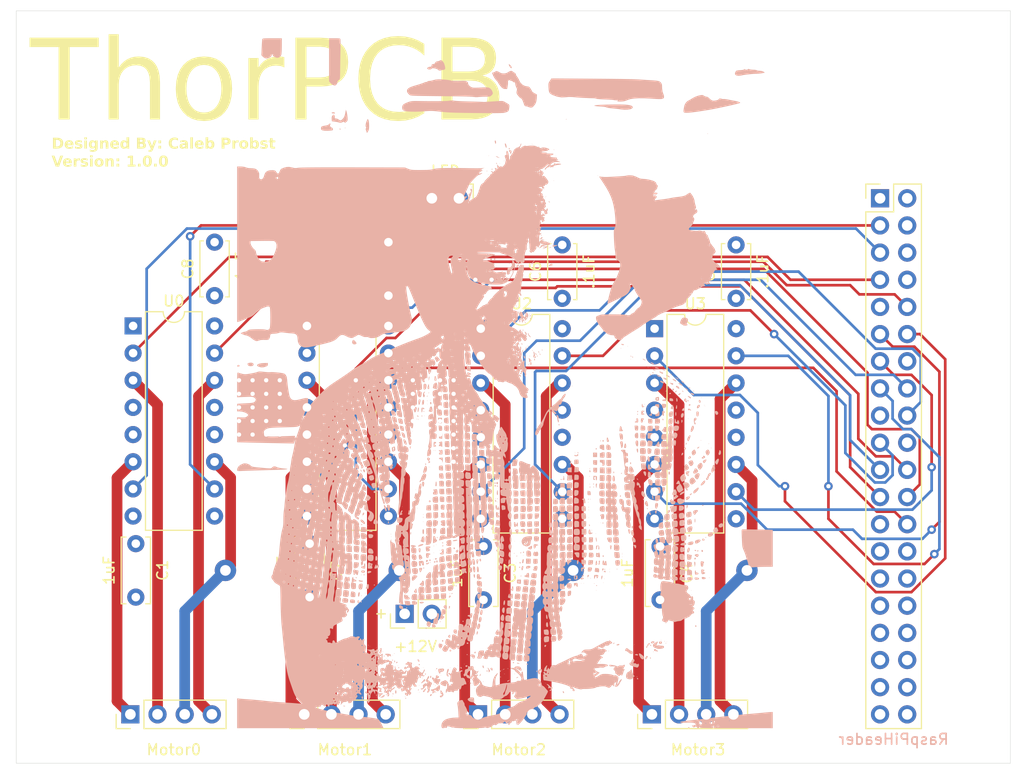
<source format=kicad_pcb>
(kicad_pcb (version 20221018) (generator pcbnew)
  (layers (0 "F.Cu" signal "TOP") (1 "In1.Cu" power "GND") (2 "In2.Cu" power "POWER") (31 "B.Cu" signal "BOTTOM") (34 "B.Paste" user) (35 "F.Paste" user) (36 "B.SilkS" user "B.Silkscreen") (37 "F.SilkS" user "F.Silkscreen") (38 "B.Mask" user) (39 "F.Mask" user) (44 "Edge.Cuts" user))
  (net 0 "")
  (net 2 "+5V")
  (net 3 "Net-(J1-Pin_3)")
  (net 4 "Net-(J1-Pin_5)")
  (net 5 "GND")
  (net 6 "Net-(J1-Pin_7)")
  (net 8 "Net-(J1-Pin_10)")
  (net 9 "Net-(J1-Pin_11)")
  (net 10 "Net-(J1-Pin_12)")
  (net 11 "Net-(J1-Pin_13)")
  (net 12 "Net-(J1-Pin_15)")
  (net 13 "Net-(J1-Pin_16)")
  (net 14 "Net-(J1-Pin_18)")
  (net 15 "Net-(J1-Pin_19)")
  (net 16 "Net-(J1-Pin_21)")
  (net 17 "Net-(J1-Pin_22)")
  (net 18 "Net-(J1-Pin_23)")
  (net 19 "Net-(J1-Pin_24)")
  (net 20 "Net-(J1-Pin_26)")
  (net 32 "+12V")
  (net 33 "Net-(U0-2Y)")
  (net 34 "Net-(M0--)")
  (net 35 "Net-(U0-4Y)")
  (net 36 "Net-(U1-2Y)")
  (net 37 "Net-(M1--)")
  (net 38 "Net-(U1-4Y)")
  (net 39 "Net-(U2-2Y)")
  (net 40 "Net-(M2--)")
  (net 41 "Net-(U2-4Y)")
  (net 42 "Net-(U3-2Y)")
  (net 43 "Net-(M3--)")
  (net 44 "Net-(U3-4Y)")
  (net 45 "Net-(U0-3Y)")
  (net 46 "Net-(U1-3Y)")
  (net 47 "Net-(U2-3Y)")
  (net 48 "Net-(U3-3Y)")
  (footprint "Package_DIP:DIP-16_W7.62mm" (layer "F.Cu") (at 154.686 63.754)
    (fp_text reference "U2")
    (fp_text value "L293D")
  )
  (footprint "Package_DIP:DIP-16_W7.62mm" (layer "F.Cu") (at 170.942 63.754)
    (fp_text reference "U3")
    (fp_text value "L293D")
  )
  (footprint "Capacitor_THT:C_Disc_D6.0mm_W2.5mm_P5.00mm" (layer "F.Cu") (at 122.428 83.86 -90)
    (fp_text reference "C1")
    (fp_text value "1uF")
  )
  (footprint "Connector_PinHeader_2.54mm:PinHeader_2x20_P2.54mm_Vertical" (layer "F.Cu") (at 192.024 51.562)
    (fp_text reference "J1")
    (fp_text value "RaspPiHeader")
  )
  (footprint "Capacitor_THT:C_Disc_D6.0mm_W2.5mm_P5.00mm" (layer "F.Cu") (at 171.45 84.114 -90)
    (fp_text reference "C4")
    (fp_text value "1uF")
  )
  (footprint "Capacitor_THT:C_Disc_D5.0mm_W2.5mm_P5.00mm" (layer "F.Cu") (at 129.794 60.666 90)
    (fp_text reference "C8")
    (fp_text value ".1uF")
  )
  (footprint "Capacitor_THT:C_Disc_D6.0mm_W2.5mm_P5.00mm" (layer "F.Cu") (at 154.94 84.114 -90)
    (fp_text reference "C3")
    (fp_text value "1uF")
  )
  (footprint "Capacitor_THT:C_Disc_D6.0mm_W2.5mm_P5.00mm" (layer "F.Cu") (at 138.684 83.86 -90)
    (fp_text reference "C2")
    (fp_text value "1uF")
  )
  (footprint "Package_DIP:DIP-16_W7.62mm" (layer "F.Cu") (at 138.43 63.5)
    (fp_text reference "U1")
    (fp_text value "L293D")
  )
  (footprint "Connector_PinHeader_2.54mm:PinHeader_1x02_P2.54mm_Vertical" (layer "F.Cu") (at 147.569 90.424 90)
    (fp_text reference "+")
    (fp_text value "+12V")
  )
  (footprint "Connector_PinHeader_2.54mm:PinHeader_1x04_P2.54mm_Vertical" (layer "F.Cu") (at 138.176 99.822 90)
    (fp_text reference "M1")
    (fp_text value "Motor1")
  )
  (footprint "Capacitor_THT:C_Disc_D5.0mm_W2.5mm_P5.00mm" (layer "F.Cu") (at 178.562 60.92 90)
    (fp_text reference "C5")
    (fp_text value ".1uF")
  )
  (footprint "Package_DIP:DIP-16_W7.62mm" (layer "F.Cu") (at 122.174 63.5)
    (fp_text reference "U0")
    (fp_text value "L293D")
  )
  (footprint "Capacitor_THT:C_Disc_D5.0mm_W2.5mm_P5.00mm" (layer "F.Cu") (at 162.306 60.92 90)
    (fp_text reference "C6")
    (fp_text value ".1uF")
  )
  (footprint "Capacitor_THT:C_Disc_D5.0mm_W2.5mm_P5.00mm" (layer "F.Cu") (at 146.05 60.666 90)
    (fp_text reference "C7")
    (fp_text value ".1uF")
  )
  (footprint "Connector_PinHeader_2.54mm:PinHeader_1x04_P2.54mm_Vertical" (layer "F.Cu") (at 170.688 99.822 90)
    (fp_text reference "M3")
    (fp_text value "Motor3")
  )
  (footprint "Connector_PinHeader_2.54mm:PinHeader_1x04_P2.54mm_Vertical" (layer "F.Cu") (at 121.92 99.822 90)
    (fp_text reference "M0")
    (fp_text value "Motor0")
  )
  (footprint "Connector_PinHeader_2.54mm:PinHeader_1x02_P2.54mm_Vertical" (layer "F.Cu") (at 150.109 51.562 90)
    (fp_text reference "J3")
    (fp_text value "LED")
  )
  (footprint "Connector_PinHeader_2.54mm:PinHeader_1x04_P2.54mm_Vertical" (layer "F.Cu") (at 154.432 99.822 90)
    (fp_text reference "M2")
    (fp_text value "Motor2")
  )
  (footprint "LOGO" (layer "B.Cu") (at 156.972 68.834 180)
    (fp_text reference "G***" hide)
    (fp_text value "LOGO" hide)
  )
  (gr_line (start 111.252 34.036) (end 204.216 34.036) (stroke (width 0.0381)) (layer "Edge.Cuts"))
  (gr_line (start 204.216 104.394) (end 204.216 34.036) (stroke (width 0.0381)) (layer "Edge.Cuts"))
  (gr_line (start 111.252 104.394) (end 111.252 34.036) (stroke (width 0.0381)) (layer "Edge.Cuts"))
  (gr_line (start 111.252 104.394) (end 204.216 104.394) (stroke (width 0.0381)) (layer "Edge.Cuts"))
  (gr_text "ThorPCB" (at 112.522 45.466) (layer "F.SilkS") (effects (font (size 7.5 7.5) (thickness 0.75)) (justify left bottom)))
  (gr_text "Designed By: Caleb Probst\nVersion: 1.0.0" (at 114.554 48.768) (layer "F.SilkS") (effects (font (size 1 1) (thickness 0.2) bold) (justify left bottom)))
  (segment (start 192.024 54.102) (end 128.524 54.102) (width 0.25) (layer "F.Cu") (net 3))
  (segment (start 128.524 54.102) (end 127.508 55.118) (width 0.25) (layer "F.Cu") (net 3))
  (via (at 127.508 55.118) (size 0.8) (drill 0.4) (layers "F.Cu" "B.Cu") (net 3))
  (segment (start 127.508 76.454) (end 129.794 78.74) (width 0.25) (layer "B.Cu") (net 3))
  (segment (start 127.508 55.118) (end 127.508 76.454) (width 0.25) (layer "B.Cu") (net 3))
  (segment (start 189.775 54.393) (end 127.207695 54.393) (width 0.25) (layer "B.Cu") (net 4))
  (segment (start 123.444 77.47) (end 122.174 78.74) (width 0.25) (layer "B.Cu") (net 4))
  (segment (start 127.207695 54.393) (end 123.444 58.156695) (width 0.25) (layer "B.Cu") (net 4))
  (segment (start 123.444 58.156695) (end 123.444 77.47) (width 0.25) (layer "B.Cu") (net 4))
  (segment (start 192.024 56.642) (end 189.775 54.393) (width 0.25) (layer "B.Cu") (net 4))
  (via (at 117.602 69.85) (size 0.65) (drill 0.4) (layers "F.Cu" "B.Cu") (remove_unused_layers) (zone_layer_connections "In1.Cu") (net 5))
  (via (at 152.146 72.39) (size 0.65) (drill 0.4) (layers "F.Cu" "B.Cu") (remove_unused_layers) (zone_layer_connections "In1.Cu") (net 5))
  (via (at 132.08 73.66) (size 0.65) (drill 0.4) (layers "F.Cu" "B.Cu") (remove_unused_layers) (zone_layer_connections "In1.Cu") (net 5))
  (via (at 165.862 72.644) (size 0.65) (drill 0.4) (layers "F.Cu" "B.Cu") (remove_unused_layers) (zone_layer_connections "In1.Cu") (net 5))
  (via (at 182.626 73.914) (size 0.65) (drill 0.4) (layers "F.Cu" "B.Cu") (remove_unused_layers) (zone_layer_connections "In1.Cu") (net 5))
  (via (at 183.896 76.454) (size 0.65) (drill 0.4) (layers "F.Cu" "B.Cu") (remove_unused_layers) (zone_layer_connections "In1.Cu") (net 5))
  (via (at 148.336 68.58) (size 0.65) (drill 0.4) (layers "F.Cu" "B.Cu") (remove_unused_layers) (zone_layer_connections "In1.Cu") (net 5))
  (via (at 164.592 75.184) (size 0.65) (drill 0.4) (layers "F.Cu" "B.Cu") (remove_unused_layers) (zone_layer_connections "In1.Cu") (net 5))
  (via (at 116.332 69.85) (size 0.65) (drill 0.4) (layers "F.Cu" "B.Cu") (remove_unused_layers) (zone_layer_connections "In1.Cu") (net 5))
  (via (at 118.872 69.85) (size 0.65) (drill 0.4) (layers "F.Cu" "B.Cu") (remove_unused_layers) (zone_layer_connections "In1.Cu") (net 5))
  (via (at 135.89 76.2) (size 0.65) (drill 0.4) (layers "F.Cu" "B.Cu") (remove_unused_layers) (zone_layer_connections "In1.Cu") (net 5))
  (via (at 182.626 71.374) (size 0.65) (drill 0.4) (layers "F.Cu" "B.Cu") (remove_unused_layers) (zone_layer_connections "In1.Cu") (net 5))
  (via (at 135.89 69.85) (size 0.65) (drill 0.4) (layers "F.Cu" "B.Cu") (remove_unused_layers) (zone_layer_connections "In1.Cu") (net 5))
  (via (at 135.89 74.93) (size 0.65) (drill 0.4) (layers "F.Cu" "B.Cu") (remove_unused_layers) (zone_layer_connections "In1.Cu") (net 5))
  (via (at 149.606 71.12) (size 0.65) (drill 0.4) (layers "F.Cu" "B.Cu") (remove_unused_layers) (zone_layer_connections "In1.Cu") (net 5))
  (via (at 132.08 69.85) (size 0.65) (drill 0.4) (layers "F.Cu" "B.Cu") (remove_unused_layers) (zone_layer_connections "In1.Cu") (net 5))
  (via (at 148.336 69.85) (size 0.65) (drill 0.4) (layers "F.Cu" "B.Cu") (remove_unused_layers) (zone_layer_connections "In1.Cu") (net 5))
  (via (at 116.332 73.66) (size 0.65) (drill 0.4) (layers "F.Cu" "B.Cu") (remove_unused_layers) (zone_layer_connections "In1.Cu") (net 5))
  (via (at 120.142 68.58) (size 0.65) (drill 0.4) (layers "F.Cu" "B.Cu") (remove_unused_layers) (zone_layer_connections "In1.Cu") (net 5))
  (via (at 168.402 68.834) (size 0.65) (drill 0.4) (layers "F.Cu" "B.Cu") (remove_unused_layers) (zone_layer_connections "In1.Cu") (net 5))
  (via (at 120.142 73.66) (size 0.65) (drill 0.4) (layers "F.Cu" "B.Cu") (remove_unused_layers) (zone_layer_connections "In1.Cu") (net 5))
  (via (at 120.142 76.2) (size 0.65) (drill 0.4) (layers "F.Cu" "B.Cu") (remove_unused_layers) (zone_layer_connections "In1.Cu") (net 5))
  (via (at 185.166 71.374) (size 0.65) (drill 0.4) (layers "F.Cu" "B.Cu") (remove_unused_layers) (zone_layer_connections "In1.Cu") (net 5))
  (via (at 149.606 76.2) (size 0.65) (drill 0.4) (layers "F.Cu" "B.Cu") (remove_unused_layers) (zone_layer_connections "In1.Cu") (net 5))
  (via (at 168.402 71.374) (size 0.65) (drill 0.4) (layers "F.Cu" "B.Cu") (remove_unused_layers) (zone_layer_connections "In1.Cu") (net 5))
  (via (at 149.606 68.58) (size 0.65) (drill 0.4) (layers "F.Cu" "B.Cu") (remove_unused_layers) (zone_layer_connections "In1.Cu") (net 5))
  (via (at 181.356 73.914) (size 0.65) (drill 0.4) (layers "F.Cu" "B.Cu") (remove_unused_layers) (zone_layer_connections "In1.Cu") (net 5))
  (via (at 181.356 71.374) (size 0.65) (drill 0.4) (layers "F.Cu" "B.Cu") (remove_unused_layers) (zone_layer_connections "In1.Cu") (net 5))
  (via (at 133.35 76.2) (size 0.65) (drill 0.4) (layers "F.Cu" "B.Cu") (remove_unused_layers) (zone_layer_connections "In1.Cu") (net 5))
  (via (at 116.332 68.58) (size 0.65) (drill 0.4) (layers "F.Cu" "B.Cu") (remove_unused_layers) (zone_layer_connections "In1.Cu") (net 5))
  (via (at 135.89 73.66) (size 0.65) (drill 0.4) (layers "F.Cu" "B.Cu") (remove_unused_layers) (zone_layer_connections "In1.Cu") (net 5))
  (via (at 181.356 75.184) (size 0.65) (drill 0.4) (layers "F.Cu" "B.Cu") (remove_unused_layers) (zone_layer_connections "In1.Cu") (net 5))
  (via (at 152.146 71.12) (size 0.65) (drill 0.4) (layers "F.Cu" "B.Cu") (remove_unused_layers) (zone_layer_connections "In1.Cu") (net 5))
  (via (at 135.89 68.58) (size 0.65) (drill 0.4) (layers "F.Cu" "B.Cu") (remove_unused_layers) (zone_layer_connections "In1.Cu") (net 5))
  (via (at 133.35 71.12) (size 0.65) (drill 0.4) (layers "F.Cu" "B.Cu") (remove_unused_layers) (zone_layer_connections "In1.Cu") (net 5))
  (via (at 185.166 75.184) (size 0.65) (drill 0.4) (layers "F.Cu" "B.Cu") (remove_unused_layers) (zone_layer_connections "In1.Cu") (net 5))
  (via (at 133.35 69.85) (size 0.65) (drill 0.4) (layers "F.Cu" "B.Cu") (remove_unused_layers) (zone_layer_connections "In1.Cu") (net 5))
  (via (at 164.592 68.834) (size 0.65) (drill 0.4) (layers "F.Cu" "B.Cu") (remove_unused_layers) (zone_layer_connections "In1.Cu") (net 5))
  (via (at 167.132 71.374) (size 0.65) (drill 0.4) (layers "F.Cu" "B.Cu") (remove_unused_layers) (zone_layer_connections "In1.Cu") (net 5))
  (via (at 149.606 72.39) (size 0.65) (drill 0.4) (layers "F.Cu" "B.Cu") (remove_unused_layers) (zone_layer_connections "In1.Cu") (net 5))
  (via (at 185.166 68.834) (size 0.65) (drill 0.4) (layers "F.Cu" "B.Cu") (remove_unused_layers) (zone_layer_connections "In1.Cu") (net 5))
  (via (at 185.166 70.104) (size 0.65) (drill 0.4) (layers "F.Cu" "B.Cu") (remove_unused_layers) (zone_layer_connections "In1.Cu") (net 5))
  (via (at 167.132 73.914) (size 0.65) (drill 0.4) (layers "F.Cu" "B.Cu") (remove_unused_layers) (zone_layer_connections "In1.Cu") (net 5))
  (via (at 120.142 74.93) (size 0.65) (drill 0.4) (layers "F.Cu" "B.Cu") (remove_unused_layers) (zone_layer_connections "In1.Cu") (net 5))
  (via (at 182.626 76.454) (size 0.65) (drill 0.4) (layers "F.Cu" "B.Cu") (remove_unused_layers) (zone_layer_connections "In1.Cu") (net 5))
  (via (at 116.332 76.2) (size 0.65) (drill 0.4) (layers "F.Cu" "B.Cu") (remove_unused_layers) (zone_layer_connections "In1.Cu") (net 5))
  (via (at 134.62 74.93) (size 0.65) (drill 0.4) (layers "F.Cu" "B.Cu") (remove_unused_layers) (zone_layer_connections "In1.Cu") (net 5))
  (via (at 120.142 71.12) (size 0.65) (drill 0.4) (layers "F.Cu" "B.Cu") (remove_unused_layers) (zone_layer_connections "In1.Cu") (net 5))
  (via (at 132.08 76.2) (size 0.65) (drill 0.4) (layers "F.Cu" "B.Cu") (remove_unused_layers) (zone_layer_connections "In1.Cu") (net 5))
  (via (at 185.166 76.454) (size 0.65) (drill 0.4) (layers "F.Cu" "B.Cu") (remove_unused_layers) (zone_layer_connections "In1.Cu") (net 5))
  (via (at 181.356 76.454) (size 0.65) (drill 0.4) (layers "F.Cu" "B.Cu") (remove_unused_layers) (zone_layer_connections "In1.Cu") (net 5))
  (via (at 117.602 68.58) (size 0.65) (drill 0.4) (layers "F.Cu" "B.Cu") (remove_unused_layers) (zone_layer_connections "In1.Cu") (net 5))
  (via (at 117.602 74.93) (size 0.65) (drill 0.4) (layers "F.Cu" "B.Cu") (remove_unused_layers) (zone_layer_connections "In1.Cu") (net 5))
  (via (at 168.402 70.104) (size 0.65) (drill 0.4) (layers "F.Cu" "B.Cu") (remove_unused_layers) (zone_layer_connections "In1.Cu") (net 5))
  (via (at 183.896 70.104) (size 0.65) (drill 0.4) (layers "F.Cu" "B.Cu") (remove_unused_layers) (zone_layer_connections "In1.Cu") (net 5))
  (via (at 152.146 69.85) (size 0.65) (drill 0.4) (layers "F.Cu" "B.Cu") (remove_unused_layers) (zone_layer_connections "In1.Cu") (net 5))
  (via (at 149.606 73.66) (size 0.65) (drill 0.4) (layers "F.Cu" "B.Cu") (remove_unused_layers) (zone_layer_connections "In1.Cu") (net 5))
  (via (at 134.62 76.2) (size 0.65) (drill 0.4) (layers "F.Cu" "B.Cu") (remove_unused_layers) (zone_layer_connections "In1.Cu") (net 5))
  (via (at 150.876 72.39) (size 0.65) (drill 0.4) (layers "F.Cu" "B.Cu") (remove_unused_layers) (zone_layer_connections "In1.Cu") (net 5))
  (via (at 118.872 72.39) (size 0.65) (drill 0.4) (layers "F.Cu" "B.Cu") (remove_unused_layers) (zone_layer_connections "In1.Cu") (net 5))
  (via (at 117.602 71.12) (size 0.65) (drill 0.4) (layers "F.Cu" "B.Cu") (remove_unused_layers) (zone_layer_connections "In1.Cu") (net 5))
  (via (at 165.862 68.834) (size 0.65) (drill 0.4) (layers "F.Cu" "B.Cu") (remove_unused_layers) (zone_layer_connections "In1.Cu") (net 5))
  (via (at 183.896 73.914) (size 0.65) (drill 0.4) (layers "F.Cu" "B.Cu") (remove_unused_layers) (zone_layer_connections "In1.Cu") (net 5))
  (via (at 135.89 72.39) (size 0.65) (drill 0.4) (layers "F.Cu" "B.Cu") (remove_unused_layers) (zone_layer_connections "In1.Cu") (net 5))
  (via (at 152.146 76.2) (size 0.65) (drill 0.4) (layers "F.Cu" "B.Cu") (remove_unused_layers) (zone_layer_connections "In1.Cu") (net 5))
  (via (at 134.62 72.39) (size 0.65) (drill 0.4) (layers "F.Cu" "B.Cu") (remove_unused_layers) (zone_layer_connections "In1.Cu") (net 5))
  (via (at 133.35 73.66) (size 0.65) (drill 0.4) (layers "F.Cu" "B.Cu") (remove_unused_layers) (zone_layer_connections "In1.Cu") (net 5))
  (via (at 165.862 76.454) (size 0.65) (drill 0.4) (layers "F.Cu" "B.Cu") (remove_unused_layers) (zone_layer_connections "In1.Cu") (net 5))
  (via (at 118.872 68.58) (size 0.65) (drill 0.4) (layers "F.Cu" "B.Cu") (remove_unused_layers) (zone_layer_connections "In1.Cu") (net 5))
  (via (at 167.132 76.454) (size 0.65) (drill 0.4) (layers "F.Cu" "B.Cu") (remove_unused_layers) (zone_layer_connections "In1.Cu") (net 5))
  (via (at 164.592 70.104) (size 0.65) (drill 0.4) (layers "F.Cu" "B.Cu") (remove_unused_layers) (zone_layer_connections "In1.Cu") (net 5))
  (via (at 117.602 72.39) (size 0.65) (drill 0.4) (layers "F.Cu" "B.Cu") (remove_unused_layers) (zone_layer_connections "In1.Cu") (net 5))
  (via (at 120.142 72.39) (size 0.65) (drill 0.4) (layers "F.Cu" "B.Cu") (remove_unused_layers) (zone_layer_connections "In1.Cu") (net 5))
  (via (at 116.332 71.12) (size 0.65) (drill 0.4) (layers "F.Cu" "B.Cu") (remove_unused_layers) (zone_layer_connections "In1.Cu") (net 5))
  (via (at 168.402 73.914) (size 0.65) (drill 0.4) (layers "F.Cu" "B.Cu") (remove_unused_layers) (zone_layer_connections "In1.Cu") (net 5))
  (via (at 116.332 72.39) (size 0.65) (drill 0.4) (layers "F.Cu" "B.Cu") (remove_unused_layers) (zone_layer_connections "In1.Cu") (net 5))
  (via (at 182.626 75.184) (size 0.65) (drill 0.4) (layers "F.Cu" "B.Cu") (remove_unused_layers) (zone_layer_connections "In1.Cu") (net 5))
  (via (at 181.356 68.834) (size 0.65) (drill 0.4) (layers "F.Cu" "B.Cu") (remove_unused_layers) (zone_layer_connections "In1.Cu") (net 5))
  (via (at 182.626 70.104) (size 0.65) (drill 0.4) (layers "F.Cu" "B.Cu") (remove_unused_layers) (zone_layer_connections "In1.Cu") (net 5))
  (via (at 149.606 74.93) (size 0.65) (drill 0.4) (layers "F.Cu" "B.Cu") (remove_unused_layers) (zone_layer_connections "In1.Cu") (net 5))
  (via (at 185.166 72.644) (size 0.65) (drill 0.4) (layers "F.Cu" "B.Cu") (remove_unused_layers) (zone_layer_connections "In1.Cu") (net 5))
  (via (at 134.62 69.85) (size 0.65) (drill 0.4) (layers "F.Cu" "B.Cu") (remove_unused_layers) (zone_layer_connections "In1.Cu") (net 5))
  (via (at 150.876 74.93) (size 0.65) (drill 0.4) (layers "F.Cu" "B.Cu") (remove_unused_layers) (zone_layer_connections "In1.Cu") (net 5))
  (via (at 133.35 72.39) (size 0.65) (drill 0.4) (layers "F.Cu" "B.Cu") (remove_unused_layers) (zone_layer_connections "In1.Cu") (net 5))
  (via (at 152.146 73.66) (size 0.65) (drill 0.4) (layers "F.Cu" "B.Cu") (remove_unused_layers) (zone_layer_connections "In1.Cu") (net 5))
  (via (at 181.356 70.104) (size 0.65) (drill 0.4) (layers "F.Cu" "B.Cu") (remove_unused_layers) (zone_layer_connections "In1.Cu") (net 5))
  (via (at 183.896 72.644) (size 0.65) (drill 0.4) (layers "F.Cu" "B.Cu") (remove_unused_layers) (zone_layer_connections "In1.Cu") (net 5))
  (via (at 132.08 68.58) (size 0.65) (drill 0.4) (layers "F.Cu" "B.Cu") (remove_unused_layers) (zone_layer_connections "In1.Cu") (net 5))
  (via (at 150.876 71.12) (size 0.65) (drill 0.4) (layers "F.Cu" "B.Cu") (remove_unused_layers) (zone_layer_connections "In1.Cu") (net 5))
  (via (at 116.332 74.93) (size 0.65) (drill 0.4) (layers "F.Cu" "B.Cu") (remove_unused_layers) (zone_layer_connections "In1.Cu") (net 5))
  (via (at 149.606 69.85) (size 0.65) (drill 0.4) (layers "F.Cu" "B.Cu") (remove_unused_layers) (zone_layer_connections "In1.Cu") (net 5))
  (via (at 148.336 74.93) (size 0.65) (drill 0.4) (layers "F.Cu" "B.Cu") (remove_unused_layers) (zone_layer_connections "In1.Cu") (net 5))
  (via (at 168.402 75.184) (size 0.65) (drill 0.4) (layers "F.Cu" "B.Cu") (remove_unused_layers) (zone_layer_connections "In1.Cu") (net 5))
  (via (at 165.862 75.184) (size 0.65) (drill 0.4) (layers "F.Cu" "B.Cu") (remove_unused_layers) (zone_layer_connections "In1.Cu") (net 5))
  (via (at 134.62 71.12) (size 0.65) (drill 0.4) (layers "F.Cu" "B.Cu") (remove_unused_layers) (zone_layer_connections "In1.Cu") (net 5))
  (via (at 164.592 76.454) (size 0.65) (drill 0.4) (layers "F.Cu" "B.Cu") (remove_unused_layers) (zone_layer_connections "In1.Cu") (net 5))
  (via (at 165.862 71.374) (size 0.65) (drill 0.4) (layers "F.Cu" "B.Cu") (remove_unused_layers) (zone_layer_connections "In1.Cu") (net 5))
  (via (at 165.862 70.104) (size 0.65) (drill 0.4) (layers "F.Cu" "B.Cu") (remove_unused_layers) (zone_layer_connections "In1.Cu") (net 5))
  (via (at 164.592 72.644) (size 0.65) (drill 0.4) (layers "F.Cu" "B.Cu") (remove_unused_layers) (zone_layer_connections "In1.Cu") (net 5))
  (via (at 183.896 71.374) (size 0.65) (drill 0.4) (layers "F.Cu" "B.Cu") (remove_unused_layers) (zone_layer_connections "In1.Cu") (net 5))
  (via (at 152.146 74.93) (size 0.65) (drill 0.4) (layers "F.Cu" "B.Cu") (remove_unused_layers) (zone_layer_connections "In1.Cu") (net 5))
  (via (at 118.872 73.66) (size 0.65) (drill 0.4) (layers "F.Cu" "B.Cu") (remove_unused_layers) (zone_layer_connections "In1.Cu") (net 5))
  (via (at 148.336 71.12) (size 0.65) (drill 0.4) (layers "F.Cu" "B.Cu") (remove_unused_layers) (zone_layer_connections "In1.Cu") (net 5))
  (via (at 118.872 74.93) (size 0.65) (drill 0.4) (layers "F.Cu" "B.Cu") (remove_unused_layers) (zone_layer_connections "In1.Cu") (net 5))
  (via (at 150.876 76.2) (size 0.65) (drill 0.4) (layers "F.Cu" "B.Cu") (remove_unused_layers) (zone_layer_connections "In1.Cu") (net 5))
  (via (at 148.336 76.2) (size 0.65) (drill 0.4) (layers "F.Cu" "B.Cu") (remove_unused_layers) (zone_layer_connections "In1.Cu") (net 5))
  (via (at 168.402 72.644) (size 0.65) (drill 0.4) (layers "F.Cu" "B.Cu") (remove_unused_layers) (zone_layer_connections "In1.Cu") (net 5))
  (via (at 132.08 72.39) (size 0.65) (drill 0.4) (layers "F.Cu" "B.Cu") (remove_unused_layers) (zone_layer_connections "In1.Cu") (net 5))
  (via (at 133.35 74.93) (size 0.65) (drill 0.4) (layers "F.Cu" "B.Cu") (remove_unused_layers) (zone_layer_connections "In1.Cu") (net 5))
  (via (at 152.146 68.58) (size 0.65) (drill 0.4) (layers "F.Cu" "B.Cu") (remove_unused_layers) (zone_layer_connections "In1.Cu") (net 5))
  (via (at 132.08 71.12) (size 0.65) (drill 0.4) (layers "F.Cu" "B.Cu") (remove_unused_layers) (zone_layer_connections "In1.Cu") (net 5))
  (via (at 150.876 68.58) (size 0.65) (drill 0.4) (layers "F.Cu" "B.Cu") (remove_unused_layers) (zone_layer_connections "In1.Cu") (net 5))
  (via (at 148.336 72.39) (size 0.65) (drill 0.4) (layers "F.Cu" "B.Cu") (remove_unused_layers) (zone_layer_connections "In1.Cu") (net 5))
  (via (at 117.602 76.2) (size 0.65) (drill 0.4) (layers "F.Cu" "B.Cu") (remove_unused_layers) (zone_layer_connections "In1.Cu") (net 5))
  (via (at 183.896 68.834) (size 0.65) (drill 0.4) (layers "F.Cu" "B.Cu") (remove_unused_layers) (zone_layer_connections "In1.Cu") (net 5))
  (via (at 135.89 71.12) (size 0.65) (drill 0.4) (layers "F.Cu" "B.Cu") (remove_unused_layers) (zone_layer_connections "In1.Cu") (net 5))
  (via (at 183.896 75.184) (size 0.65) (drill 0.4) (layers "F.Cu" "B.Cu") (remove_unused_layers) (zone_layer_connections "In1.Cu") (net 5))
  (via (at 132.08 74.93) (size 0.65) (drill 0.4) (layers "F.Cu" "B.Cu") (remove_unused_layers) (zone_layer_connections "In1.Cu") (net 5))
  (via (at 167.132 72.644) (size 0.65) (drill 0.4) (layers "F.Cu" "B.Cu") (remove_unused_layers) (zone_layer_connections "In1.Cu") (net 5))
  (via (at 150.876 69.85) (size 0.65) (drill 0.4) (layers "F.Cu" "B.Cu") (remove_unused_layers) (zone_layer_connections "In1.Cu") (net 5))
  (via (at 165.862 73.914) (size 0.65) (drill 0.4) (layers "F.Cu" "B.Cu") (remove_unused_layers) (zone_layer_connections "In1.Cu") (net 5))
  (via (at 167.132 68.834) (size 0.65) (drill 0.4) (layers "F.Cu" "B.Cu") (remove_unused_layers) (zone_layer_connections "In1.Cu") (net 5))
  (via (at 148.336 73.66) (size 0.65) (drill 0.4) (layers "F.Cu" "B.Cu") (remove_unused_layers) (zone_layer_connections "In1.Cu") (net 5))
  (via (at 181.356 72.644) (size 0.65) (drill 0.4) (layers "F.Cu" "B.Cu") (remove_unused_layers) (zone_layer_connections "In1.Cu") (net 5))
  (via (at 134.62 68.58) (size 0.65) (drill 0.4) (layers "F.Cu" "B.Cu") (remove_unused_layers) (zone_layer_connections "In1.Cu") (net 5))
  (via (at 118.872 76.2) (size 0.65) (drill 0.4) (layers "F.Cu" "B.Cu") (remove_unused_layers) (zone_layer_connections "In1.Cu") (net 5))
  (via (at 185.166 73.914) (size 0.65) (drill 0.4) (layers "F.Cu" "B.Cu") (remove_unused_layers) (zone_layer_connections "In1.Cu") (net 5))
  (via (at 168.402 76.454) (size 0.65) (drill 0.4) (layers "F.Cu" "B.Cu") (remove_unused_layers) (zone_layer_connections "In1.Cu") (net 5))
  (via (at 133.35 68.58) (size 0.65) (drill 0.4) (layers "F.Cu" "B.Cu") (remove_unused_layers) (zone_layer_connections "In1.Cu") (net 5))
  (via (at 117.602 73.66) (size 0.65) (drill 0.4) (layers "F.Cu" "B.Cu") (remove_unused_layers) (zone_layer_connections "In1.Cu") (net 5))
  (via (at 164.592 73.914) (size 0.65) (drill 0.4) (layers "F.Cu" "B.Cu") (remove_unused_layers) (zone_layer_connections "In1.Cu") (net 5))
  (via (at 118.872 71.12) (size 0.65) (drill 0.4) (layers "F.Cu" "B.Cu") (remove_unused_layers) (zone_layer_connections "In1.Cu") (net 5))
  (via (at 120.142 69.85) (size 0.65) (drill 0.4) (layers "F.Cu" "B.Cu") (remove_unused_layers) (zone_layer_connections "In1.Cu") (net 5))
  (via (at 182.626 68.834) (size 0.65) (drill 0.4) (layers "F.Cu" "B.Cu") (remove_unused_layers) (zone_layer_connections "In1.Cu") (net 5))
  (via (at 164.592 71.374) (size 0.65) (drill 0.4) (layers "F.Cu" "B.Cu") (remove_unused_layers) (zone_layer_connections "In1.Cu") (net 5))
  (via (at 150.876 73.66) (size 0.65) (drill 0.4) (layers "F.Cu" "B.Cu") (remove_unused_layers) (zone_layer_connections "In1.Cu") (net 5))
  (via (at 167.132 70.104) (size 0.65) (drill 0.4) (layers "F.Cu" "B.Cu") (remove_unused_layers) (zone_layer_connections "In1.Cu") (net 5))
  (via (at 167.132 75.184) (size 0.65) (drill 0.4) (layers "F.Cu" "B.Cu") (remove_unused_layers) (zone_layer_connections "In1.Cu") (net 5))
  (via (at 134.62 73.66) (size 0.65) (drill 0.4) (layers "F.Cu" "B.Cu") (remove_unused_layers) (zone_layer_connections "In1.Cu") (net 5))
  (via (at 182.626 72.644) (size 0.65) (drill 0.4) (layers "F.Cu" "B.Cu") (remove_unused_layers) (zone_layer_connections "In1.Cu") (net 5))
  (segment (start 183.642 59.182) (end 181.505 57.045) (width 0.25) (layer "F.Cu") (net 6))
  (segment (start 181.505 57.045) (end 131.169 57.045) (width 0.25) (layer "F.Cu") (net 6))
  (segment (start 192.024 59.182) (end 183.642 59.182) (width 0.25) (layer "F.Cu") (net 6))
  (segment (start 131.169 57.045) (end 122.174 66.04) (width 0.25) (layer "F.Cu") (net 6))
  (segment (start 193.389 60.547) (end 190.087 60.547) (width 0.25) (layer "F.Cu") (net 8))
  (segment (start 189.23 59.69) (end 183.297 59.69) (width 0.25) (layer "F.Cu") (net 8))
  (segment (start 181.102 57.495) (end 134.62 57.495) (width 0.25) (layer "F.Cu") (net 8))
  (segment (start 190.087 60.547) (end 189.23 59.69) (width 0.25) (layer "F.Cu") (net 8))
  (segment (start 194.564 61.722) (end 193.389 60.547) (width 0.25) (layer "F.Cu") (net 8))
  (segment (start 134.62 57.495) (end 134.62 61.214) (width 0.25) (layer "F.Cu") (net 8))
  (segment (start 183.297 59.69) (end 181.102 57.495) (width 0.25) (layer "F.Cu") (net 8))
  (segment (start 134.62 61.214) (end 129.794 66.04) (width 0.25) (layer "F.Cu") (net 8))
  (segment (start 193.199 65.437) (end 192.024 64.262) (width 0.25) (layer "F.Cu") (net 9))
  (segment (start 196.85 82.55) (end 197.575 81.825) (width 0.25) (layer "F.Cu") (net 9))
  (segment (start 197.575 67.780999) (end 195.231001 65.437) (width 0.25) (layer "F.Cu") (net 9))
  (segment (start 195.231001 65.437) (end 193.199 65.437) (width 0.25) (layer "F.Cu") (net 9))
  (segment (start 197.575 81.825) (end 197.575 67.780999) (width 0.25) (layer "F.Cu") (net 9))
  (via (at 196.85 82.55) (size 0.8) (drill 0.4) (layers "F.Cu" "B.Cu") (remove_unused_layers) (net 9))
  (segment (start 190.341 83.407) (end 189.484 82.55) (width 0.25) (layer "B.Cu") (net 9))
  (segment (start 196.85 82.55) (end 195.993 83.407) (width 0.25) (layer "B.Cu") (net 9))
  (segment (start 172.067 80.119) (end 170.942 78.994) (width 0.25) (layer "B.Cu") (net 9))
  (segment (start 179.027991 80.119) (end 172.067 80.119) (width 0.25) (layer "B.Cu") (net 9))
  (segment (start 181.458991 82.55) (end 179.027991 80.119) (width 0.25) (layer "B.Cu") (net 9))
  (segment (start 195.993 83.407) (end 190.341 83.407) (width 0.25) (layer "B.Cu") (net 9))
  (segment (start 189.484 82.55) (end 181.458991 82.55) (width 0.25) (layer "B.Cu") (net 9))
  (segment (start 194.955701 88.392) (end 198.12 85.227701) (width 0.25) (layer "F.Cu") (net 10))
  (segment (start 191.632299 88.392) (end 194.955701 88.392) (width 0.25) (layer "F.Cu") (net 10))
  (segment (start 183.134 79.893701) (end 191.632299 88.392) (width 0.25) (layer "F.Cu") (net 10))
  (segment (start 198.12 66.615919) (end 195.766081 64.262) (width 0.25) (layer "F.Cu") (net 10))
  (segment (start 183.134 78.486) (end 183.134 79.893701) (width 0.25) (layer "F.Cu") (net 10))
  (segment (start 198.12 85.227701) (end 198.12 66.615919) (width 0.25) (layer "F.Cu") (net 10))
  (segment (start 195.766081 64.262) (end 194.564 64.262) (width 0.25) (layer "F.Cu") (net 10))
  (via (at 183.134 78.486) (size 0.8) (drill 0.4) (layers "F.Cu" "B.Cu") (remove_unused_layers) (net 10))
  (segment (start 174.607 69.959) (end 170.942 66.294) (width 0.25) (layer "B.Cu") (net 10))
  (segment (start 178.925 69.959) (end 174.607 69.959) (width 0.25) (layer "B.Cu") (net 10))
  (segment (start 182.574827 78.486) (end 180.594 76.505173) (width 0.25) (layer "B.Cu") (net 10))
  (segment (start 180.594 71.628) (end 178.925 69.959) (width 0.25) (layer "B.Cu") (net 10))
  (segment (start 183.134 78.486) (end 182.574827 78.486) (width 0.25) (layer "B.Cu") (net 10))
  (segment (start 180.594 76.505173) (end 180.594 71.628) (width 0.25) (layer "B.Cu") (net 10))
  (segment (start 193.294 68.072) (end 192.024 66.802) (width 0.25) (layer "F.Cu") (net 11))
  (segment (start 196.85 76.708) (end 196.85 69.966299) (width 0.25) (layer "F.Cu") (net 11))
  (segment (start 194.955701 68.072) (end 193.294 68.072) (width 0.25) (layer "F.Cu") (net 11))
  (segment (start 196.85 69.966299) (end 194.955701 68.072) (width 0.25) (layer "F.Cu") (net 11))
  (via (at 196.85 76.708) (size 0.8) (drill 0.4) (layers "F.Cu" "B.Cu") (remove_unused_layers) (net 11))
  (segment (start 195.050701 80.677) (end 196.85 78.877701) (width 0.25) (layer "B.Cu") (net 11))
  (segment (start 178.562 78.994) (end 180.245 80.677) (width 0.25) (layer "B.Cu") (net 11))
  (segment (start 180.245 80.677) (end 195.050701 80.677) (width 0.25) (layer "B.Cu") (net 11))
  (segment (start 196.85 78.877701) (end 196.85 76.708) (width 0.25) (layer "B.Cu") (net 11))
  (segment (start 191.421 85.757) (end 196.183 85.757) (width 0.25) (layer "F.Cu") (net 12))
  (segment (start 187.198 78.486) (end 187.198 81.534) (width 0.25) (layer "F.Cu") (net 12))
  (segment (start 196.183 85.757) (end 197.104 84.836) (width 0.25) (layer "F.Cu") (net 12))
  (segment (start 187.198 81.534) (end 191.421 85.757) (width 0.25) (layer "F.Cu") (net 12))
  (via (at 197.104 84.836) (size 0.8) (drill 0.4) (layers "F.Cu" "B.Cu") (remove_unused_layers) (net 12))
  (via (at 187.198 78.486) (size 0.8) (drill 0.4) (layers "F.Cu" "B.Cu") (remove_unused_layers) (net 12))
  (segment (start 192.024 69.342) (end 193.199 70.517) (width 0.25) (layer "B.Cu") (net 12))
  (segment (start 193.199 70.517) (end 193.199 72.178701) (width 0.25) (layer "B.Cu") (net 12))
  (segment (start 183.439173 66.294) (end 187.198 70.052827) (width 0.25) (layer "B.Cu") (net 12))
  (segment (start 197.104 84.836) (end 197.575 84.365) (width 0.25) (layer "B.Cu") (net 12))
  (segment (start 194.955701 73.152) (end 194.172299 73.152) (width 0.25) (layer "B.Cu") (net 12))
  (segment (start 197.575 84.365) (end 197.575 75.771299) (width 0.25) (layer "B.Cu") (net 12))
  (segment (start 193.199 72.178701) (end 194.172299 73.152) (width 0.25) (layer "B.Cu") (net 12))
  (segment (start 197.575 75.771299) (end 194.955701 73.152) (width 0.25) (layer "B.Cu") (net 12))
  (segment (start 187.198 70.052827) (end 187.198 78.486) (width 0.25) (layer "B.Cu") (net 12))
  (segment (start 178.562 66.294) (end 183.439173 66.294) (width 0.25) (layer "B.Cu") (net 12))
  (segment (start 158.75 66.04) (end 159.911 64.879) (width 0.25) (layer "B.Cu") (net 13))
  (segment (start 180.848 59.182) (end 189.738 68.072) (width 0.25) (layer "B.Cu") (net 13))
  (segment (start 193.294 68.072) (end 194.564 69.342) (width 0.25) (layer "B.Cu") (net 13))
  (segment (start 158.75 74.93) (end 158.75 66.04) (width 0.25) (layer "B.Cu") (net 13))
  (segment (start 169.672 59.182) (end 180.848 59.182) (width 0.25) (layer "B.Cu") (net 13))
  (segment (start 159.911 64.879) (end 163.975 64.879) (width 0.25) (layer "B.Cu") (net 13))
  (segment (start 163.975 64.879) (end 169.672 59.182) (width 0.25) (layer "B.Cu") (net 13))
  (segment (start 154.686 78.994) (end 158.75 74.93) (width 0.25) (layer "B.Cu") (net 13))
  (segment (start 189.738 68.072) (end 193.294 68.072) (width 0.25) (layer "B.Cu") (net 13))
  (segment (start 169.418 58.42) (end 184.404 58.42) (width 0.25) (layer "B.Cu") (net 14))
  (segment (start 154.686 66.294) (end 158.935 62.045) (width 0.25) (layer "B.Cu") (net 14))
  (segment (start 158.935 62.045) (end 165.793 62.045) (width 0.25) (layer "B.Cu") (net 14))
  (segment (start 195.834 70.612) (end 194.564 71.882) (width 0.25) (layer "B.Cu") (net 14))
  (segment (start 195.834 66.410299) (end 195.834 70.612) (width 0.25) (layer "B.Cu") (net 14))
  (segment (start 191.611 65.627) (end 195.050701 65.627) (width 0.25) (layer "B.Cu") (net 14))
  (segment (start 165.793 62.045) (end 169.418 58.42) (width 0.25) (layer "B.Cu") (net 14))
  (segment (start 184.404 58.42) (end 191.611 65.627) (width 0.25) (layer "B.Cu") (net 14))
  (segment (start 195.050701 65.627) (end 195.834 66.410299) (width 0.25) (layer "B.Cu") (net 14))
  (segment (start 166.116 66.294) (end 170.434 61.976) (width 0.25) (layer "F.Cu") (net 15))
  (segment (start 170.503 62.045) (end 179.901 62.045) (width 0.25) (layer "F.Cu") (net 15))
  (segment (start 170.434 61.976) (end 170.503 62.045) (width 0.25) (layer "F.Cu") (net 15))
  (segment (start 162.306 66.294) (end 166.116 66.294) (width 0.25) (layer "F.Cu") (net 15))
  (segment (start 179.901 62.045) (end 182.118 64.262) (width 0.25) (layer "F.Cu") (net 15))
  (via (at 182.118 64.262) (size 0.8) (drill 0.4) (layers "F.Cu" "B.Cu") (remove_unused_layers) (net 15))
  (segment (start 192.510701 78.137) (end 193.199 77.448701) (width 0.25) (layer "B.Cu") (net 15))
  (segment (start 188.78 70.924) (end 188.78 75.379701) (width 0.25) (layer "B.Cu") (net 15))
  (segment (start 193.199 77.448701) (end 193.199 75.597) (width 0.25) (layer "B.Cu") (net 15))
  (segment (start 193.199 75.597) (end 192.024 74.422) (width 0.25) (layer "B.Cu") (net 15))
  (segment (start 188.78 75.379701) (end 191.537299 78.137) (width 0.25) (layer "B.Cu") (net 15))
  (segment (start 191.537299 78.137) (end 192.510701 78.137) (width 0.25) (layer "B.Cu") (net 15))
  (segment (start 182.118 64.262) (end 188.78 70.924) (width 0.25) (layer "B.Cu") (net 15))
  (segment (start 159.766 67.818) (end 159.875 67.709) (width 0.25) (layer "B.Cu") (net 16))
  (segment (start 162.306 78.994) (end 159.766 76.454) (width 0.25) (layer "B.Cu") (net 16))
  (segment (start 189.23 69.997009) (end 189.23 74.168) (width 0.25) (layer "B.Cu") (net 16))
  (segment (start 170.688 59.69) (end 178.922991 59.69) (width 0.25) (layer "B.Cu") (net 16))
  (segment (start 178.922991 59.69) (end 189.23 69.997009) (width 0.25) (layer "B.Cu") (net 16))
  (segment (start 189.23 74.168) (end 192.024 76.962) (width 0.25) (layer "B.Cu") (net 16))
  (segment (start 159.766 76.454) (end 159.766 67.818) (width 0.25) (layer "B.Cu") (net 16))
  (segment (start 162.669 67.709) (end 170.688 59.69) (width 0.25) (layer "B.Cu") (net 16))
  (segment (start 159.875 67.709) (end 162.669 67.709) (width 0.25) (layer "B.Cu") (net 16))
  (segment (start 193.294 75.692) (end 194.564 76.962) (width 0.25) (layer "F.Cu") (net 17))
  (segment (start 189.992 74.051701) (end 191.632299 75.692) (width 0.25) (layer "F.Cu") (net 17))
  (segment (start 191.632299 75.692) (end 193.294 75.692) (width 0.25) (layer "F.Cu") (net 17))
  (segment (start 189.992 69.85) (end 189.992 74.051701) (width 0.25) (layer "F.Cu") (net 17))
  (segment (start 155.702 59.182) (end 179.324 59.182) (width 0.25) (layer "F.Cu") (net 17))
  (segment (start 179.324 59.182) (end 189.992 69.85) (width 0.25) (layer "F.Cu") (net 17))
  (via (at 155.702 59.182) (size 0.8) (drill 0.4) (layers "F.Cu" "B.Cu") (remove_unused_layers) (net 17))
  (segment (start 148.844 66.04) (end 155.702 59.182) (width 0.25) (layer "B.Cu") (net 17))
  (segment (start 146.05 66.04) (end 148.345305 66.04) (width 0.25) (layer "B.Cu") (net 17))
  (segment (start 148.345305 66.04) (end 148.844 66.04) (width 0.25) (layer "B.Cu") (net 17))
  (segment (start 154.94 59.944) (end 161.691009 59.944) (width 0.25) (layer "F.Cu") (net 18))
  (segment (start 161.691009 59.944) (end 161.840009 59.795) (width 0.25) (layer "F.Cu") (net 18))
  (segment (start 189.23 76.708) (end 192.024 79.502) (width 0.25) (layer "F.Cu") (net 18))
  (segment (start 154.178 59.182) (end 154.94 59.944) (width 0.25) (layer "F.Cu") (net 18))
  (segment (start 179.027991 59.795) (end 189.23 69.997009) (width 0.25) (layer "F.Cu") (net 18))
  (segment (start 161.840009 59.795) (end 179.027991 59.795) (width 0.25) (layer "F.Cu") (net 18))
  (segment (start 189.23 69.997009) (end 189.23 76.708) (width 0.25) (layer "F.Cu") (net 18))
  (via (at 154.178 59.182) (size 0.8) (drill 0.4) (layers "F.Cu" "B.Cu") (net 18))
  (segment (start 142.679 61.791) (end 148.267 61.791) (width 0.25) (layer "B.Cu") (net 18))
  (segment (start 148.267 61.791) (end 150.876 59.182) (width 0.25) (layer "B.Cu") (net 18))
  (segment (start 150.876 59.182) (end 154.178 59.182) (width 0.25) (layer "B.Cu") (net 18))
  (segment (start 138.43 66.04) (end 142.679 61.791) (width 0.25) (layer "B.Cu") (net 18))
  (segment (start 153.162 58.166) (end 181.136604 58.166) (width 0.25) (layer "F.Cu") (net 19))
  (segment (start 190.849 67.878396) (end 190.849 72.738999) (width 0.25) (layer "F.Cu") (net 19))
  (segment (start 190.849 72.738999) (end 191.262001 73.152) (width 0.25) (layer "F.Cu") (net 19))
  (segment (start 194.955701 73.152) (end 195.739 73.935299) (width 0.25) (layer "F.Cu") (net 19))
  (segment (start 195.739 78.327) (end 194.564 79.502) (width 0.25) (layer "F.Cu") (net 19))
  (segment (start 181.136604 58.166) (end 190.849 67.878396) (width 0.25) (layer "F.Cu") (net 19))
  (segment (start 191.262001 73.152) (end 194.955701 73.152) (width 0.25) (layer "F.Cu") (net 19))
  (segment (start 146.703 64.625) (end 153.162 58.166) (width 0.25) (layer "F.Cu") (net 19))
  (segment (start 195.739 73.935299) (end 195.739 78.327) (width 0.25) (layer "F.Cu") (net 19))
  (segment (start 143.002 67.497009) (end 145.874009 64.625) (width 0.25) (layer "F.Cu") (net 19))
  (segment (start 143.002 68.58) (end 143.002 67.497009) (width 0.25) (layer "F.Cu") (net 19))
  (segment (start 145.874009 64.625) (end 146.703 64.625) (width 0.25) (layer "F.Cu") (net 19))
  (via (at 143.002 68.58) (size 0.8) (drill 0.4) (layers "F.Cu" "B.Cu") (remove_unused_layers) (net 19))
  (segment (start 144.526 78.74) (end 143.002 77.216) (width 0.25) (layer "B.Cu") (net 19))
  (segment (start 146.05 78.74) (end 144.526 78.74) (width 0.25) (layer "B.Cu") (net 19))
  (segment (start 143.002 77.216) (end 143.002 68.58) (width 0.25) (layer "B.Cu") (net 19))
  (segment (start 145.620009 67.419) (end 185.783 67.419) (width 0.25) (layer "F.Cu") (net 20))
  (segment (start 142.24 74.422) (end 142.24 70.799009) (width 0.25) (layer "F.Cu") (net 20))
  (segment (start 142.24 70.799009) (end 145.620009 67.419) (width 0.25) (layer "F.Cu") (net 20))
  (segment (start 193.389 80.867) (end 194.564 82.042) (width 0.25) (layer "F.Cu") (net 20))
  (segment (start 191.727299 80.867) (end 193.389 80.867) (width 0.25) (layer "F.Cu") (net 20))
  (segment (start 187.96 69.596) (end 187.96 77.099701) (width 0.25) (layer "F.Cu") (net 20))
  (segment (start 187.96 77.099701) (end 191.727299 80.867) (width 0.25) (layer "F.Cu") (net 20))
  (segment (start 185.783 67.419) (end 187.96 69.596) (width 0.25) (layer "F.Cu") (net 20))
  (segment (start 141.986 74.676) (end 142.24 74.422) (width 0.25) (layer "F.Cu") (net 20))
  (via (at 141.986 74.676) (size 0.8) (drill 0.4) (layers "F.Cu" "B.Cu") (remove_unused_layers) (net 20))
  (segment (start 141.986 74.676) (end 141.986 75.184) (width 0.25) (layer "B.Cu") (net 20))
  (segment (start 141.986 75.184) (end 138.43 78.74) (width 0.25) (layer "B.Cu") (net 20))
  (segment (start 120.674 77.7) (end 122.174 76.2) (width 1) (layer "F.Cu") (net 33))
  (segment (start 121.92 99.822) (end 120.674 98.576) (width 1) (layer "F.Cu") (net 33))
  (segment (start 120.674 98.576) (end 120.674 77.7) (width 1) (layer "F.Cu") (net 33))
  (segment (start 124.46 70.866) (end 122.174 68.58) (width 1) (layer "F.Cu") (net 34))
  (segment (start 124.46 99.822) (end 124.46 70.866) (width 1) (layer "F.Cu") (net 34))
  (segment (start 128.294 98.576) (end 128.294 70.08) (width 1) (layer "F.Cu") (net 35))
  (segment (start 128.294 70.08) (end 129.794 68.58) (width 1) (layer "F.Cu") (net 35))
  (segment (start 129.54 99.822) (end 128.294 98.576) (width 1) (layer "F.Cu") (net 35))
  (segment (start 138.176 99.822) (end 136.93 98.576) (width 1) (layer "F.Cu") (net 36))
  (segment (start 136.93 98.576) (end 136.93 77.7) (width 1) (layer "F.Cu") (net 36))
  (segment (start 136.93 77.7) (end 138.43 76.2) (width 1) (layer "F.Cu") (net 36))
  (segment (start 140.716 99.822) (end 140.716 70.866) (width 1) (layer "F.Cu") (net 37))
  (segment (start 140.716 70.866) (end 138.43 68.58) (width 1) (layer "F.Cu") (net 37))
  (segment (start 145.796 99.822) (end 144.55 98.576) (width 1) (layer "F.Cu") (net 38))
  (segment (start 144.55 98.576) (end 144.55 70.08) (width 1) (layer "F.Cu") (net 38))
  (segment (start 144.55 70.08) (end 146.05 68.58) (width 1) (layer "F.Cu") (net 38))
  (segment (start 153.186 77.7) (end 154.686 76.2) (width 1) (layer "F.Cu") (net 39))
  (segment (start 154.432 99.822) (end 153.186 98.576) (width 1) (layer "F.Cu") (net 39))
  (segment (start 153.186 98.576) (end 153.186 77.7) (width 1) (layer "F.Cu") (net 39))
  (segment (start 156.972 99.822) (end 156.972 70.866) (width 1) (layer "F.Cu") (net 40))
  (segment (start 156.972 70.866) (end 154.686 68.58) (width 1) (layer "F.Cu") (net 40))
  (segment (start 160.806 70.08) (end 162.306 68.58) (width 1) (layer "F.Cu") (net 41))
  (segment (start 162.052 99.822) (end 160.806 98.576) (width 1) (layer "F.Cu") (net 41))
  (segment (start 160.806 98.576) (end 160.806 70.08) (width 1) (layer "F.Cu") (net 41))
  (segment (start 169.442 77.954) (end 170.942 76.454) (width 1) (layer "F.Cu") (net 42))
  (segment (start 170.942 76.454) (end 170.942 76.2) (width 1) (layer "F.Cu") (net 42))
  (segment (start 169.442 98.576) (end 169.442 77.954) (width 1) (layer "F.Cu") (net 42))
  (segment (start 170.688 99.822) (end 169.442 98.576) (width 1) (layer "F.Cu") (net 42))
  (segment (start 171.196 68.834) (end 170.942 68.834) (width 1) (layer "F.Cu") (net 43))
  (segment (start 173.228 70.866) (end 171.196 68.834) (width 1) (layer "F.Cu") (net 43))
  (segment (start 173.228 99.822) (end 173.228 70.866) (width 1) (layer "F.Cu") (net 43))
  (segment (start 177.062 98.576) (end 177.062 70.334) (width 1) (layer "F.Cu") (net 44))
  (segment (start 177.062 70.334) (end 178.562 68.834) (width 1) (layer "F.Cu") (net 44))
  (segment (start 178.308 99.822) (end 177.062 98.576) (width 1) (layer "F.Cu") (net 44))
  (segment (start 131.294 85.876) (end 131.294 77.7) (width 1) (layer "F.Cu") (net 45))
  (segment (start 131.294 77.7) (end 129.794 76.2) (width 1) (layer "F.Cu") (net 45))
  (segment (start 130.81 86.36) (end 131.294 85.876) (width 1) (layer "F.Cu") (net 45))
  (via (at 130.81 86.36) (size 2) (drill 1) (layers "F.Cu" "B.Cu") (net 45))
  (segment (start 127 90.17) (end 130.81 86.36) (width 1) (layer "B.Cu") (net 45))
  (segment (start 127 99.822) (end 127 90.17) (width 1) (layer "B.Cu") (net 45))
  (segment (start 147.55 85.876) (end 147.55 77.7) (width 1) (layer "F.Cu") (net 46))
  (segment (start 147.55 77.7) (end 146.05 76.2) (width 1) (layer "F.Cu") (net 46))
  (via (at 147.066 86.36) (size 2) (drill 1) (layers "F.Cu" "B.Cu") (net 46))
  (segment (start 143.256 90.17) (end 147.066 86.36) (width 1) (layer "B.Cu") (net 46))
  (segment (start 143.256 99.822) (end 143.256 90.17) (width 1) (layer "B.Cu") (net 46))
  (segment (start 163.806 77.7) (end 162.306 76.2) (width 1) (layer "F.Cu") (net 47))
  (segment (start 163.806 85.876) (end 163.806 77.7) (width 1) (layer "F.Cu") (net 47))
  (via (at 163.322 86.36) (size 2) (drill 1) (layers "F.Cu" "B.Cu") (net 47))
  (segment (start 159.512 90.17) (end 163.322 86.36) (width 1) (layer "B.Cu") (net 47))
  (segment (start 159.512 99.822) (end 159.512 90.17) (width 1) (layer "B.Cu") (net 47))
  (segment (start 180.062 85.876) (end 180.062 77.954) (width 1) (layer "F.Cu") (net 48))
  (segment (start 180.062 77.954) (end 178.562 76.454) (width 1) (layer "F.Cu") (net 48))
  (via (at 179.578 86.36) (size 2) (drill 1) (layers "F.Cu" "B.Cu") (net 48))
  (segment (start 175.768 99.822) (end 175.768 90.17) (width 1) (layer "B.Cu") (net 48))
  (segment (start 175.768 90.17) (end 179.578 86.36) (width 1) (layer "B.Cu") (net 48))
)
</source>
